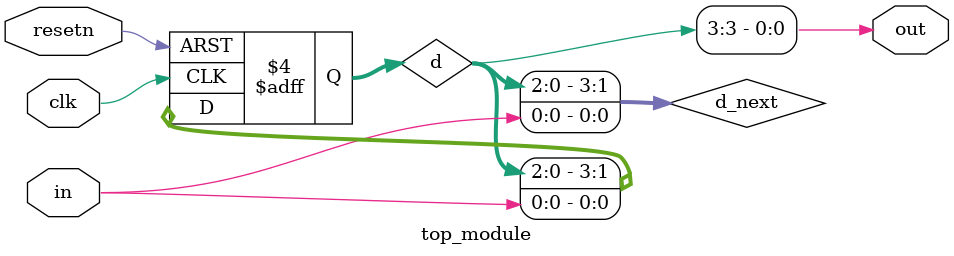
<source format=sv>
module top_module (
	input clk,
	input resetn,
	input in,
	output out
);

  reg [3:0] d;
  reg [3:0] d_next;

  always @(posedge clk or negedge resetn) begin
    if (!resetn) begin
      d <= 4'b0;
    end else begin
      d <= d_next;
    end
  end

  always @* begin
    d_next = {d[2:0], in};
  end

  assign out = d[3];

endmodule

</source>
